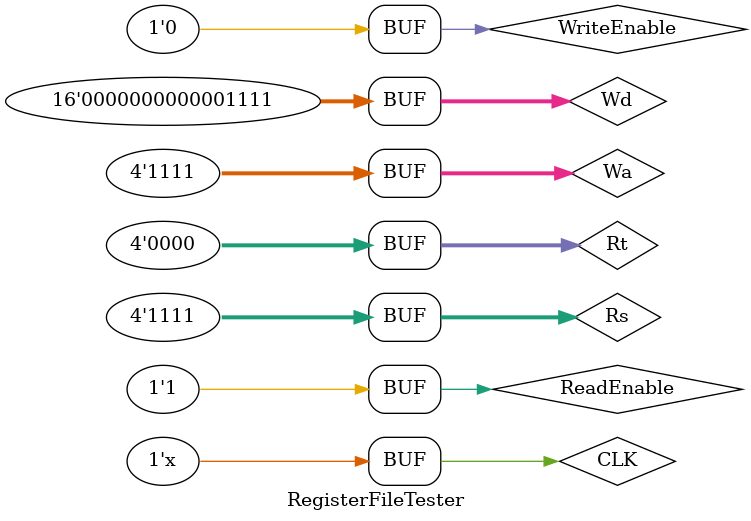
<source format=v>
`timescale 1ns / 1ps


module RegisterFileTester;

	// Inputs
	reg [3:0] Rs;
	reg [3:0] Rt;
	reg [3:0] Wa;
	reg [15:0] Wd;
	reg WriteEnable;
	reg ReadEnable;
	reg CLK;

	// Outputs
	wire [15:0] Aout;
	wire [15:0] Bout;
	wire error;

	// Instantiate the Unit Under Test (UUT)
	RegisterFile uut (
		.clk(CLK),
		.AAddress(Rs), 
		.BAddress(Rt), 
		.WriteAddress(Wa), 
		.DataIn(Wd), 
		.A(Aout), 
		.B(Bout), 
		/*.error(error),*/ //THIS IS NOT IMPLEMENTED 
		.RegWrite(WriteEnable), 
		.RegRead(ReadEnable)
	);

	initial begin
		// Initialize Inputs
		Rs = 0;
		Rt = 0;
		Wa = 0;
		Wd = 0;
		WriteEnable = 0;
		ReadEnable = 0;
		CLK = 0;
		// Wait 100 ns for global reset to finish
		#100;
		
		#100
		WriteEnable = 1;
		Wa = 4'h0;
		Wd = 16'h0000;
		
		#10
		WriteEnable = 1;
		Wa = 4'h1;
		Wd = 16'h0001;
		
		#10
		WriteEnable = 1;
		Wa = 4'h2;
		Wd = 16'h0002;
		
		#10
		WriteEnable = 1;
		Wa = 4'h3;
		Wd = 16'h0003;
		
		#10
		WriteEnable = 1;
		Wa = 4'h4;
		Wd = 16'h0004;
		
		#10
		WriteEnable = 1;
		Wa = 4'h5;
		Wd = 16'h0005;
		
		#10
		WriteEnable = 1;
		Wa = 4'h6;
		Wd = 16'h0006;
		
		#10
		WriteEnable = 1;
		Wa = 4'h7;
		Wd = 16'h0007;
		
		#10
		WriteEnable = 1;
		Wa = 4'h8;
		Wd = 16'h0008;
		
		#10
		WriteEnable = 1;
		Wa = 4'h9;
		Wd = 16'h0009;
		
		#10
		WriteEnable = 1;
		Wa = 4'hA;
		Wd = 16'h000A;
		
		#10
		WriteEnable = 1;
		Wa = 4'hB;
		Wd = 16'h000B;
		
		#10
		WriteEnable = 1;
		Wa = 4'hC;
		Wd = 16'h000C;
		
		#10
		WriteEnable = 1;
		Wa = 4'hD;
		Wd = 16'h000D;
		
		#10
		WriteEnable = 1;
		Wa = 4'hE;
		Wd = 16'h000E;
		
		#10
		WriteEnable = 1;
		Wa = 4'hF;
		Wd = 16'h000F;
		
		#10
		
		WriteEnable = 0;
		ReadEnable = 1;
		
		Rs = 4'h0000;
		#5
		if(Aout == 0000)
		begin
		$display("Test 0 correct");
		end
      
#10
		
		Rs = 4'h0001;
		#5
		if(Aout == 4'h0001)
		begin
		$display("Test 1 correct");
		end
        
#10
		
		Rs = 4'h0002;
		#5
		if(Aout == 4'h0002)
		begin
		$display("Test 2 correct");
		end
        
#10
		
		Rs = 4'h0003;
		#5
		if(Aout == 4'h0003)
		begin
		$display("Test 3 correct");
		end
   #10
		
		Rs = 4'h0004;
		#5
		if(Aout == 4'h0004)
		begin
		$display("Test 4 correct");
		end
  #10
		
		Rs = 4'h0005;
		#5
		if(Aout == 4'h0005)
		begin
		$display("Test 5 correct");
		end
 #10
		
		Rs = 4'h0006;
		#5
		if(Aout == 4'h0006)
		begin
		$display("Test 6 correct");
		end
 #10
		
		Rs = 4'h0007;
		#5
		if(Aout == 4'h0007)
		begin
		$display("Test 7 correct");
		end
 #10
		
		Rs = 4'h0008;
		#5
		if(Aout == 4'h0008)
		begin
		$display("Test 8 correct");
		end
        #10
		
		Rs = 4'h0009;
		#5
		if(Aout == 4'h0009)
		begin
		$display("Test 9 correct");
		end
        #10
		
		Rs = 4'h000A;
		#5
		if(Aout == 4'h000A)
		begin
		$display("Test A correct");
		end
        #10
		
		Rs = 4'h000B;
		#5
		if(Aout == 4'h000B)
		begin
		$display("Test B correct");
		end
        #10
		
		Rs = 4'h000C;
		#5
		if(Aout == 4'h000C)
		begin
		$display("Test C correct");
		end
        #10
		
		Rs = 4'h000D;
		#5
		if(Aout == 4'h000D)
		begin
		$display("Test D correct");
		end
        #10
		
		Rs = 4'h000E;
		#5
		if(Aout == 4'h000E)
		begin
		$display("Test E correct");
		end
        #10
		
		Rs = 4'h000F;
		#5
		if(Aout == 4'h000F)
		begin
		$display("Test F correct");
		end
        
		  
		

	end
      always #2 CLK = ~CLK;
endmodule


</source>
